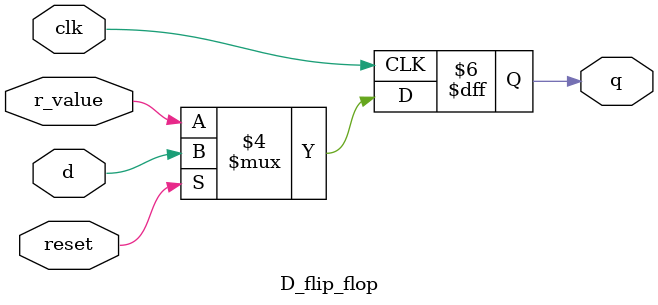
<source format=v>
module ex8_1(KEY, SW, LEDR);
    input [1:0] SW;
    input [0:0] KEY;
    output [9:0] LEDR;

    wire [8:0] y;
    
    // D_flip_flop d0(y[0],                                1'b0, SW[0], 1'b1, KEY[0]);
    // D_flip_flop d1(y[1], (y[0]|y[5]|y[6]|y[7]|y[8]) & ~SW[1], SW[0], 1'b0, KEY[0]);
    // D_flip_flop d2(y[2],                       y[1] & ~SW[1], SW[0], 1'b0, KEY[0]);
    // D_flip_flop d3(y[3],                       y[2] & ~SW[1], SW[0], 1'b0, KEY[0]);
    // D_flip_flop d4(y[4],                (y[3]|y[4]) & ~SW[1], SW[0], 1'b0, KEY[0]);
    // D_flip_flop d5(y[5],  (y[0]|y[1]|y[2]|y[3]|y[4]) & SW[1], SW[0], 1'b0, KEY[0]);
    // D_flip_flop d6(y[6],                        y[5] & SW[1], SW[0], 1'b0, KEY[0]);
    // D_flip_flop d7(y[7],                        y[6] & SW[1], SW[0], 1'b0, KEY[0]);
    // D_flip_flop d8(y[8],                 (y[7]|y[8]) & SW[1], SW[0], 1'b0, KEY[0]);

    D_flip_flop d0(y[0],                                 1'b1, SW[0], 1'b0, KEY[0]);
    D_flip_flop d1(y[1], (~y[0]|y[5]|y[6]|y[7]|y[8]) & ~SW[1], SW[0], 1'b0, KEY[0]);
    D_flip_flop d2(y[2],                        y[1] & ~SW[1], SW[0], 1'b0, KEY[0]);
    D_flip_flop d3(y[3],                        y[2] & ~SW[1], SW[0], 1'b0, KEY[0]);
    D_flip_flop d4(y[4],                 (y[3]|y[4]) & ~SW[1], SW[0], 1'b0, KEY[0]);
    D_flip_flop d5(y[5],  (~y[0]|y[1]|y[2]|y[3]|y[4]) & SW[1], SW[0], 1'b0, KEY[0]);
    D_flip_flop d6(y[6],                         y[5] & SW[1], SW[0], 1'b0, KEY[0]);
    D_flip_flop d7(y[7],                         y[6] & SW[1], SW[0], 1'b0, KEY[0]);
    D_flip_flop d8(y[8],                  (y[7]|y[8]) & SW[1], SW[0], 1'b0, KEY[0]);
    
    assign LEDR[8:0] = y[8:0];                
    assign LEDR[9] = y[4] | y[8];
endmodule

module D_flip_flop(q, d, reset, r_value, clk);
    input d, reset, r_value, clk;
    output reg q;

    always @ (posedge clk) begin
        if (~reset)
            q <= r_value;
        else
            q <= d;
    end
endmodule
</source>
